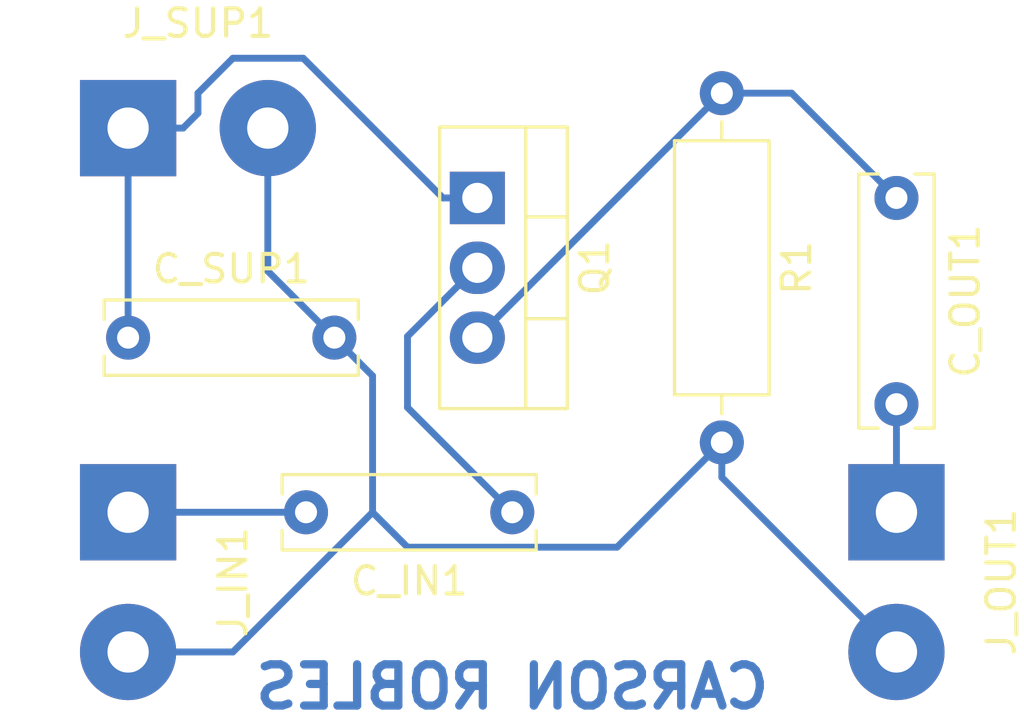
<source format=kicad_pcb>
(kicad_pcb (version 20171130) (host pcbnew "(5.0.1-3-g963ef8bb5)")

  (general
    (thickness 1.6)
    (drawings 1)
    (tracks 30)
    (zones 0)
    (modules 8)
    (nets 7)
  )

  (page A4)
  (layers
    (0 F.Cu signal)
    (31 B.Cu signal)
    (32 B.Adhes user)
    (33 F.Adhes user)
    (34 B.Paste user)
    (35 F.Paste user)
    (36 B.SilkS user)
    (37 F.SilkS user)
    (38 B.Mask user)
    (39 F.Mask user)
    (40 Dwgs.User user)
    (41 Cmts.User user)
    (42 Eco1.User user)
    (43 Eco2.User user)
    (44 Edge.Cuts user)
    (45 Margin user)
    (46 B.CrtYd user)
    (47 F.CrtYd user)
    (48 B.Fab user)
    (49 F.Fab user)
  )

  (setup
    (last_trace_width 0.25)
    (trace_clearance 0.2)
    (zone_clearance 0.508)
    (zone_45_only no)
    (trace_min 0.2)
    (segment_width 0.2)
    (edge_width 0.15)
    (via_size 0.8)
    (via_drill 0.4)
    (via_min_size 0.4)
    (via_min_drill 0.3)
    (uvia_size 0.3)
    (uvia_drill 0.1)
    (uvias_allowed no)
    (uvia_min_size 0.2)
    (uvia_min_drill 0.1)
    (pcb_text_width 0.3)
    (pcb_text_size 1.5 1.5)
    (mod_edge_width 0.15)
    (mod_text_size 1 1)
    (mod_text_width 0.15)
    (pad_size 1.524 1.524)
    (pad_drill 0.762)
    (pad_to_mask_clearance 0.051)
    (solder_mask_min_width 0.25)
    (aux_axis_origin 0 0)
    (visible_elements FFFFFF7F)
    (pcbplotparams
      (layerselection 0x010fc_ffffffff)
      (usegerberextensions false)
      (usegerberattributes false)
      (usegerberadvancedattributes false)
      (creategerberjobfile false)
      (excludeedgelayer true)
      (linewidth 0.100000)
      (plotframeref false)
      (viasonmask false)
      (mode 1)
      (useauxorigin false)
      (hpglpennumber 1)
      (hpglpenspeed 20)
      (hpglpendiameter 15.000000)
      (psnegative false)
      (psa4output false)
      (plotreference true)
      (plotvalue true)
      (plotinvisibletext false)
      (padsonsilk false)
      (subtractmaskfromsilk false)
      (outputformat 1)
      (mirror false)
      (drillshape 1)
      (scaleselection 1)
      (outputdirectory ""))
  )

  (net 0 "")
  (net 1 "Net-(C_IN1-Pad2)")
  (net 2 "Net-(C_IN1-Pad1)")
  (net 3 "Net-(C_OUT1-Pad1)")
  (net 4 "Net-(C_OUT1-Pad2)")
  (net 5 +9V)
  (net 6 GND)

  (net_class Default "This is the default net class."
    (clearance 0.2)
    (trace_width 0.25)
    (via_dia 0.8)
    (via_drill 0.4)
    (uvia_dia 0.3)
    (uvia_drill 0.1)
    (add_net +9V)
    (add_net GND)
    (add_net "Net-(C_IN1-Pad1)")
    (add_net "Net-(C_IN1-Pad2)")
    (add_net "Net-(C_OUT1-Pad1)")
    (add_net "Net-(C_OUT1-Pad2)")
  )

  (module Capacitor_THT:C_Rect_L9.0mm_W2.5mm_P7.50mm_MKT (layer F.Cu) (tedit 5AE50EF0) (tstamp 5C39BEC2)
    (at 100.33 86.36 180)
    (descr "C, Rect series, Radial, pin pitch=7.50mm, , length*width=9*2.5mm^2, Capacitor, https://en.tdk.eu/inf/20/20/db/fc_2009/MKT_B32560_564.pdf")
    (tags "C Rect series Radial pin pitch 7.50mm  length 9mm width 2.5mm Capacitor")
    (path /5C2D88C8)
    (fp_text reference C_IN1 (at 3.75 -2.5 180) (layer F.SilkS)
      (effects (font (size 1 1) (thickness 0.15)))
    )
    (fp_text value 22u (at 3.75 2.5 180) (layer F.Fab)
      (effects (font (size 1 1) (thickness 0.15)))
    )
    (fp_text user %R (at 3.75 0 180) (layer F.Fab)
      (effects (font (size 1 1) (thickness 0.15)))
    )
    (fp_line (start 8.55 -1.5) (end -1.05 -1.5) (layer F.CrtYd) (width 0.05))
    (fp_line (start 8.55 1.5) (end 8.55 -1.5) (layer F.CrtYd) (width 0.05))
    (fp_line (start -1.05 1.5) (end 8.55 1.5) (layer F.CrtYd) (width 0.05))
    (fp_line (start -1.05 -1.5) (end -1.05 1.5) (layer F.CrtYd) (width 0.05))
    (fp_line (start 8.37 0.665) (end 8.37 1.37) (layer F.SilkS) (width 0.12))
    (fp_line (start 8.37 -1.37) (end 8.37 -0.665) (layer F.SilkS) (width 0.12))
    (fp_line (start -0.87 0.665) (end -0.87 1.37) (layer F.SilkS) (width 0.12))
    (fp_line (start -0.87 -1.37) (end -0.87 -0.665) (layer F.SilkS) (width 0.12))
    (fp_line (start -0.87 1.37) (end 8.37 1.37) (layer F.SilkS) (width 0.12))
    (fp_line (start -0.87 -1.37) (end 8.37 -1.37) (layer F.SilkS) (width 0.12))
    (fp_line (start 8.25 -1.25) (end -0.75 -1.25) (layer F.Fab) (width 0.1))
    (fp_line (start 8.25 1.25) (end 8.25 -1.25) (layer F.Fab) (width 0.1))
    (fp_line (start -0.75 1.25) (end 8.25 1.25) (layer F.Fab) (width 0.1))
    (fp_line (start -0.75 -1.25) (end -0.75 1.25) (layer F.Fab) (width 0.1))
    (pad 2 thru_hole circle (at 7.5 0 180) (size 1.6 1.6) (drill 0.8) (layers *.Cu *.Mask)
      (net 1 "Net-(C_IN1-Pad2)"))
    (pad 1 thru_hole circle (at 0 0 180) (size 1.6 1.6) (drill 0.8) (layers *.Cu *.Mask)
      (net 2 "Net-(C_IN1-Pad1)"))
    (model ${KISYS3DMOD}/Capacitor_THT.3dshapes/C_Rect_L9.0mm_W2.5mm_P7.50mm_MKT.wrl
      (at (xyz 0 0 0))
      (scale (xyz 1 1 1))
      (rotate (xyz 0 0 0))
    )
  )

  (module Capacitor_THT:C_Rect_L9.0mm_W2.5mm_P7.50mm_MKT (layer F.Cu) (tedit 5AE50EF0) (tstamp 5C39BED7)
    (at 114.3 74.93 270)
    (descr "C, Rect series, Radial, pin pitch=7.50mm, , length*width=9*2.5mm^2, Capacitor, https://en.tdk.eu/inf/20/20/db/fc_2009/MKT_B32560_564.pdf")
    (tags "C Rect series Radial pin pitch 7.50mm  length 9mm width 2.5mm Capacitor")
    (path /5C2D8390)
    (fp_text reference C_OUT1 (at 3.75 -2.5 270) (layer F.SilkS)
      (effects (font (size 1 1) (thickness 0.15)))
    )
    (fp_text value 22u (at 3.75 2.5 270) (layer F.Fab)
      (effects (font (size 1 1) (thickness 0.15)))
    )
    (fp_line (start -0.75 -1.25) (end -0.75 1.25) (layer F.Fab) (width 0.1))
    (fp_line (start -0.75 1.25) (end 8.25 1.25) (layer F.Fab) (width 0.1))
    (fp_line (start 8.25 1.25) (end 8.25 -1.25) (layer F.Fab) (width 0.1))
    (fp_line (start 8.25 -1.25) (end -0.75 -1.25) (layer F.Fab) (width 0.1))
    (fp_line (start -0.87 -1.37) (end 8.37 -1.37) (layer F.SilkS) (width 0.12))
    (fp_line (start -0.87 1.37) (end 8.37 1.37) (layer F.SilkS) (width 0.12))
    (fp_line (start -0.87 -1.37) (end -0.87 -0.665) (layer F.SilkS) (width 0.12))
    (fp_line (start -0.87 0.665) (end -0.87 1.37) (layer F.SilkS) (width 0.12))
    (fp_line (start 8.37 -1.37) (end 8.37 -0.665) (layer F.SilkS) (width 0.12))
    (fp_line (start 8.37 0.665) (end 8.37 1.37) (layer F.SilkS) (width 0.12))
    (fp_line (start -1.05 -1.5) (end -1.05 1.5) (layer F.CrtYd) (width 0.05))
    (fp_line (start -1.05 1.5) (end 8.55 1.5) (layer F.CrtYd) (width 0.05))
    (fp_line (start 8.55 1.5) (end 8.55 -1.5) (layer F.CrtYd) (width 0.05))
    (fp_line (start 8.55 -1.5) (end -1.05 -1.5) (layer F.CrtYd) (width 0.05))
    (fp_text user %R (at 3.75 0 270) (layer F.Fab)
      (effects (font (size 1 1) (thickness 0.15)))
    )
    (pad 1 thru_hole circle (at 0 0 270) (size 1.6 1.6) (drill 0.8) (layers *.Cu *.Mask)
      (net 3 "Net-(C_OUT1-Pad1)"))
    (pad 2 thru_hole circle (at 7.5 0 270) (size 1.6 1.6) (drill 0.8) (layers *.Cu *.Mask)
      (net 4 "Net-(C_OUT1-Pad2)"))
    (model ${KISYS3DMOD}/Capacitor_THT.3dshapes/C_Rect_L9.0mm_W2.5mm_P7.50mm_MKT.wrl
      (at (xyz 0 0 0))
      (scale (xyz 1 1 1))
      (rotate (xyz 0 0 0))
    )
  )

  (module Capacitor_THT:C_Rect_L9.0mm_W2.5mm_P7.50mm_MKT (layer F.Cu) (tedit 5AE50EF0) (tstamp 5C39BEEC)
    (at 86.36 80.01)
    (descr "C, Rect series, Radial, pin pitch=7.50mm, , length*width=9*2.5mm^2, Capacitor, https://en.tdk.eu/inf/20/20/db/fc_2009/MKT_B32560_564.pdf")
    (tags "C Rect series Radial pin pitch 7.50mm  length 9mm width 2.5mm Capacitor")
    (path /5C2DC86C)
    (fp_text reference C_SUP1 (at 3.75 -2.5) (layer F.SilkS)
      (effects (font (size 1 1) (thickness 0.15)))
    )
    (fp_text value 22u (at 3.75 2.5) (layer F.Fab)
      (effects (font (size 1 1) (thickness 0.15)))
    )
    (fp_line (start -0.75 -1.25) (end -0.75 1.25) (layer F.Fab) (width 0.1))
    (fp_line (start -0.75 1.25) (end 8.25 1.25) (layer F.Fab) (width 0.1))
    (fp_line (start 8.25 1.25) (end 8.25 -1.25) (layer F.Fab) (width 0.1))
    (fp_line (start 8.25 -1.25) (end -0.75 -1.25) (layer F.Fab) (width 0.1))
    (fp_line (start -0.87 -1.37) (end 8.37 -1.37) (layer F.SilkS) (width 0.12))
    (fp_line (start -0.87 1.37) (end 8.37 1.37) (layer F.SilkS) (width 0.12))
    (fp_line (start -0.87 -1.37) (end -0.87 -0.665) (layer F.SilkS) (width 0.12))
    (fp_line (start -0.87 0.665) (end -0.87 1.37) (layer F.SilkS) (width 0.12))
    (fp_line (start 8.37 -1.37) (end 8.37 -0.665) (layer F.SilkS) (width 0.12))
    (fp_line (start 8.37 0.665) (end 8.37 1.37) (layer F.SilkS) (width 0.12))
    (fp_line (start -1.05 -1.5) (end -1.05 1.5) (layer F.CrtYd) (width 0.05))
    (fp_line (start -1.05 1.5) (end 8.55 1.5) (layer F.CrtYd) (width 0.05))
    (fp_line (start 8.55 1.5) (end 8.55 -1.5) (layer F.CrtYd) (width 0.05))
    (fp_line (start 8.55 -1.5) (end -1.05 -1.5) (layer F.CrtYd) (width 0.05))
    (fp_text user %R (at 3.75 0) (layer F.Fab)
      (effects (font (size 1 1) (thickness 0.15)))
    )
    (pad 1 thru_hole circle (at 0 0) (size 1.6 1.6) (drill 0.8) (layers *.Cu *.Mask)
      (net 5 +9V))
    (pad 2 thru_hole circle (at 7.5 0) (size 1.6 1.6) (drill 0.8) (layers *.Cu *.Mask)
      (net 6 GND))
    (model ${KISYS3DMOD}/Capacitor_THT.3dshapes/C_Rect_L9.0mm_W2.5mm_P7.50mm_MKT.wrl
      (at (xyz 0 0 0))
      (scale (xyz 1 1 1))
      (rotate (xyz 0 0 0))
    )
  )

  (module Connector_Wire:SolderWirePad_1x02_P5.08mm_Drill1.5mm (layer F.Cu) (tedit 5AEE5F19) (tstamp 5C39BEF7)
    (at 86.36 86.36 270)
    (descr "Wire solder connection")
    (tags connector)
    (path /5C2D8ACE)
    (attr virtual)
    (fp_text reference J_IN1 (at 2.54 -3.81 270) (layer F.SilkS)
      (effects (font (size 1 1) (thickness 0.15)))
    )
    (fp_text value Conn_01x02 (at 2.54 3.81 270) (layer F.Fab)
      (effects (font (size 1 1) (thickness 0.15)))
    )
    (fp_line (start 7.33 2.25) (end -2.25 2.25) (layer F.CrtYd) (width 0.05))
    (fp_line (start 7.33 2.25) (end 7.33 -2.25) (layer F.CrtYd) (width 0.05))
    (fp_line (start -2.25 -2.25) (end -2.25 2.25) (layer F.CrtYd) (width 0.05))
    (fp_line (start -2.25 -2.25) (end 7.33 -2.25) (layer F.CrtYd) (width 0.05))
    (fp_text user %R (at 2.54 0 270) (layer F.Fab)
      (effects (font (size 1 1) (thickness 0.15)))
    )
    (pad 2 thru_hole circle (at 5.08 0 270) (size 3.50012 3.50012) (drill 1.50114) (layers *.Cu *.Mask)
      (net 6 GND))
    (pad 1 thru_hole rect (at 0 0 270) (size 3.50012 3.50012) (drill 1.50114) (layers *.Cu *.Mask)
      (net 1 "Net-(C_IN1-Pad2)"))
  )

  (module Connector_Wire:SolderWirePad_1x02_P5.08mm_Drill1.5mm (layer F.Cu) (tedit 5AEE5F19) (tstamp 5C39BF02)
    (at 114.3 86.36 270)
    (descr "Wire solder connection")
    (tags connector)
    (path /5C2D8009)
    (attr virtual)
    (fp_text reference J_OUT1 (at 2.54 -3.81 270) (layer F.SilkS)
      (effects (font (size 1 1) (thickness 0.15)))
    )
    (fp_text value Conn_01x02 (at 2.54 3.81 270) (layer F.Fab)
      (effects (font (size 1 1) (thickness 0.15)))
    )
    (fp_text user %R (at 2.54 0 270) (layer F.Fab)
      (effects (font (size 1 1) (thickness 0.15)))
    )
    (fp_line (start -2.25 -2.25) (end 7.33 -2.25) (layer F.CrtYd) (width 0.05))
    (fp_line (start -2.25 -2.25) (end -2.25 2.25) (layer F.CrtYd) (width 0.05))
    (fp_line (start 7.33 2.25) (end 7.33 -2.25) (layer F.CrtYd) (width 0.05))
    (fp_line (start 7.33 2.25) (end -2.25 2.25) (layer F.CrtYd) (width 0.05))
    (pad 1 thru_hole rect (at 0 0 270) (size 3.50012 3.50012) (drill 1.50114) (layers *.Cu *.Mask)
      (net 4 "Net-(C_OUT1-Pad2)"))
    (pad 2 thru_hole circle (at 5.08 0 270) (size 3.50012 3.50012) (drill 1.50114) (layers *.Cu *.Mask)
      (net 6 GND))
  )

  (module Connector_Wire:SolderWirePad_1x02_P5.08mm_Drill1.5mm (layer F.Cu) (tedit 5AEE5F19) (tstamp 5C39BF0D)
    (at 86.36 72.39)
    (descr "Wire solder connection")
    (tags connector)
    (path /5C2DA3F3)
    (attr virtual)
    (fp_text reference J_SUP1 (at 2.54 -3.81) (layer F.SilkS)
      (effects (font (size 1 1) (thickness 0.15)))
    )
    (fp_text value Conn_01x02 (at 2.54 3.81) (layer F.Fab)
      (effects (font (size 1 1) (thickness 0.15)))
    )
    (fp_text user %R (at 2.54 0) (layer F.Fab)
      (effects (font (size 1 1) (thickness 0.15)))
    )
    (fp_line (start -2.25 -2.25) (end 7.33 -2.25) (layer F.CrtYd) (width 0.05))
    (fp_line (start -2.25 -2.25) (end -2.25 2.25) (layer F.CrtYd) (width 0.05))
    (fp_line (start 7.33 2.25) (end 7.33 -2.25) (layer F.CrtYd) (width 0.05))
    (fp_line (start 7.33 2.25) (end -2.25 2.25) (layer F.CrtYd) (width 0.05))
    (pad 1 thru_hole rect (at 0 0) (size 3.50012 3.50012) (drill 1.50114) (layers *.Cu *.Mask)
      (net 5 +9V))
    (pad 2 thru_hole circle (at 5.08 0) (size 3.50012 3.50012) (drill 1.50114) (layers *.Cu *.Mask)
      (net 6 GND))
  )

  (module Package_TO_SOT_THT:TO-220-3_Vertical (layer F.Cu) (tedit 5AC8BA0D) (tstamp 5C39BF27)
    (at 99.06 74.93 270)
    (descr "TO-220-3, Vertical, RM 2.54mm, see https://www.vishay.com/docs/66542/to-220-1.pdf")
    (tags "TO-220-3 Vertical RM 2.54mm")
    (path /5C2D7AF2)
    (fp_text reference Q1 (at 2.54 -4.27 270) (layer F.SilkS)
      (effects (font (size 1 1) (thickness 0.15)))
    )
    (fp_text value Q_NMOS_DGS (at 2.54 2.5 270) (layer F.Fab)
      (effects (font (size 1 1) (thickness 0.15)))
    )
    (fp_line (start -2.46 -3.15) (end -2.46 1.25) (layer F.Fab) (width 0.1))
    (fp_line (start -2.46 1.25) (end 7.54 1.25) (layer F.Fab) (width 0.1))
    (fp_line (start 7.54 1.25) (end 7.54 -3.15) (layer F.Fab) (width 0.1))
    (fp_line (start 7.54 -3.15) (end -2.46 -3.15) (layer F.Fab) (width 0.1))
    (fp_line (start -2.46 -1.88) (end 7.54 -1.88) (layer F.Fab) (width 0.1))
    (fp_line (start 0.69 -3.15) (end 0.69 -1.88) (layer F.Fab) (width 0.1))
    (fp_line (start 4.39 -3.15) (end 4.39 -1.88) (layer F.Fab) (width 0.1))
    (fp_line (start -2.58 -3.27) (end 7.66 -3.27) (layer F.SilkS) (width 0.12))
    (fp_line (start -2.58 1.371) (end 7.66 1.371) (layer F.SilkS) (width 0.12))
    (fp_line (start -2.58 -3.27) (end -2.58 1.371) (layer F.SilkS) (width 0.12))
    (fp_line (start 7.66 -3.27) (end 7.66 1.371) (layer F.SilkS) (width 0.12))
    (fp_line (start -2.58 -1.76) (end 7.66 -1.76) (layer F.SilkS) (width 0.12))
    (fp_line (start 0.69 -3.27) (end 0.69 -1.76) (layer F.SilkS) (width 0.12))
    (fp_line (start 4.391 -3.27) (end 4.391 -1.76) (layer F.SilkS) (width 0.12))
    (fp_line (start -2.71 -3.4) (end -2.71 1.51) (layer F.CrtYd) (width 0.05))
    (fp_line (start -2.71 1.51) (end 7.79 1.51) (layer F.CrtYd) (width 0.05))
    (fp_line (start 7.79 1.51) (end 7.79 -3.4) (layer F.CrtYd) (width 0.05))
    (fp_line (start 7.79 -3.4) (end -2.71 -3.4) (layer F.CrtYd) (width 0.05))
    (fp_text user %R (at 2.54 -4.27 270) (layer F.Fab)
      (effects (font (size 1 1) (thickness 0.15)))
    )
    (pad 1 thru_hole rect (at 0 0 270) (size 1.905 2) (drill 1.1) (layers *.Cu *.Mask)
      (net 5 +9V))
    (pad 2 thru_hole oval (at 2.54 0 270) (size 1.905 2) (drill 1.1) (layers *.Cu *.Mask)
      (net 2 "Net-(C_IN1-Pad1)"))
    (pad 3 thru_hole oval (at 5.08 0 270) (size 1.905 2) (drill 1.1) (layers *.Cu *.Mask)
      (net 3 "Net-(C_OUT1-Pad1)"))
    (model ${KISYS3DMOD}/Package_TO_SOT_THT.3dshapes/TO-220-3_Vertical.wrl
      (at (xyz 0 0 0))
      (scale (xyz 1 1 1))
      (rotate (xyz 0 0 0))
    )
  )

  (module Resistor_THT:R_Axial_DIN0309_L9.0mm_D3.2mm_P12.70mm_Horizontal (layer F.Cu) (tedit 5AE5139B) (tstamp 5C39BF3E)
    (at 107.95 71.12 270)
    (descr "Resistor, Axial_DIN0309 series, Axial, Horizontal, pin pitch=12.7mm, 0.5W = 1/2W, length*diameter=9*3.2mm^2, http://cdn-reichelt.de/documents/datenblatt/B400/1_4W%23YAG.pdf")
    (tags "Resistor Axial_DIN0309 series Axial Horizontal pin pitch 12.7mm 0.5W = 1/2W length 9mm diameter 3.2mm")
    (path /5C2D7C46)
    (fp_text reference R1 (at 6.35 -2.72 270) (layer F.SilkS)
      (effects (font (size 1 1) (thickness 0.15)))
    )
    (fp_text value 100k (at 6.35 2.72 270) (layer F.Fab)
      (effects (font (size 1 1) (thickness 0.15)))
    )
    (fp_line (start 1.85 -1.6) (end 1.85 1.6) (layer F.Fab) (width 0.1))
    (fp_line (start 1.85 1.6) (end 10.85 1.6) (layer F.Fab) (width 0.1))
    (fp_line (start 10.85 1.6) (end 10.85 -1.6) (layer F.Fab) (width 0.1))
    (fp_line (start 10.85 -1.6) (end 1.85 -1.6) (layer F.Fab) (width 0.1))
    (fp_line (start 0 0) (end 1.85 0) (layer F.Fab) (width 0.1))
    (fp_line (start 12.7 0) (end 10.85 0) (layer F.Fab) (width 0.1))
    (fp_line (start 1.73 -1.72) (end 1.73 1.72) (layer F.SilkS) (width 0.12))
    (fp_line (start 1.73 1.72) (end 10.97 1.72) (layer F.SilkS) (width 0.12))
    (fp_line (start 10.97 1.72) (end 10.97 -1.72) (layer F.SilkS) (width 0.12))
    (fp_line (start 10.97 -1.72) (end 1.73 -1.72) (layer F.SilkS) (width 0.12))
    (fp_line (start 1.04 0) (end 1.73 0) (layer F.SilkS) (width 0.12))
    (fp_line (start 11.66 0) (end 10.97 0) (layer F.SilkS) (width 0.12))
    (fp_line (start -1.05 -1.85) (end -1.05 1.85) (layer F.CrtYd) (width 0.05))
    (fp_line (start -1.05 1.85) (end 13.75 1.85) (layer F.CrtYd) (width 0.05))
    (fp_line (start 13.75 1.85) (end 13.75 -1.85) (layer F.CrtYd) (width 0.05))
    (fp_line (start 13.75 -1.85) (end -1.05 -1.85) (layer F.CrtYd) (width 0.05))
    (fp_text user %R (at 6.35 0 270) (layer F.Fab)
      (effects (font (size 1 1) (thickness 0.15)))
    )
    (pad 1 thru_hole circle (at 0 0 270) (size 1.6 1.6) (drill 0.8) (layers *.Cu *.Mask)
      (net 3 "Net-(C_OUT1-Pad1)"))
    (pad 2 thru_hole oval (at 12.7 0 270) (size 1.6 1.6) (drill 0.8) (layers *.Cu *.Mask)
      (net 6 GND))
    (model ${KISYS3DMOD}/Resistor_THT.3dshapes/R_Axial_DIN0309_L9.0mm_D3.2mm_P12.70mm_Horizontal.wrl
      (at (xyz 0 0 0))
      (scale (xyz 1 1 1))
      (rotate (xyz 0 0 0))
    )
  )

  (gr_text "CARSON ROBLES" (at 100.33 92.71) (layer B.Cu)
    (effects (font (size 1.5 1.5) (thickness 0.3)) (justify mirror))
  )

  (segment (start 86.36 86.36) (end 92.83 86.36) (width 0.25) (layer B.Cu) (net 1))
  (segment (start 99.0125 77.47) (end 96.52 79.9625) (width 0.25) (layer B.Cu) (net 2))
  (segment (start 99.06 77.47) (end 99.0125 77.47) (width 0.25) (layer B.Cu) (net 2))
  (segment (start 96.52 79.9625) (end 96.52 82.55) (width 0.25) (layer B.Cu) (net 2))
  (segment (start 96.52 82.55) (end 100.33 86.36) (width 0.25) (layer B.Cu) (net 2))
  (segment (start 99.06 80.01) (end 107.95 71.12) (width 0.25) (layer B.Cu) (net 3))
  (segment (start 110.49 71.12) (end 114.3 74.93) (width 0.25) (layer B.Cu) (net 3))
  (segment (start 107.95 71.12) (end 110.49 71.12) (width 0.25) (layer B.Cu) (net 3))
  (segment (start 114.3 86.36) (end 115.57 87.63) (width 0.25) (layer B.Cu) (net 4))
  (segment (start 114.3 86.36) (end 114.3 82.43) (width 0.25) (layer B.Cu) (net 4))
  (segment (start 86.36 72.39) (end 86.36 80.01) (width 0.25) (layer B.Cu) (net 5))
  (segment (start 88.36006 72.39) (end 88.9 71.85006) (width 0.25) (layer B.Cu) (net 5))
  (segment (start 86.36 72.39) (end 88.36006 72.39) (width 0.25) (layer B.Cu) (net 5))
  (segment (start 88.9 71.85006) (end 88.9 71.12) (width 0.25) (layer B.Cu) (net 5))
  (segment (start 88.9 71.12) (end 90.17 69.85) (width 0.25) (layer B.Cu) (net 5))
  (segment (start 99.0125 74.93) (end 99.06 74.93) (width 0.25) (layer B.Cu) (net 5))
  (segment (start 97.81 74.93) (end 99.06 74.93) (width 0.25) (layer B.Cu) (net 5))
  (segment (start 92.73 69.85) (end 97.81 74.93) (width 0.25) (layer B.Cu) (net 5))
  (segment (start 90.17 69.85) (end 92.73 69.85) (width 0.25) (layer B.Cu) (net 5))
  (segment (start 91.44 77.59) (end 93.86 80.01) (width 0.25) (layer B.Cu) (net 6))
  (segment (start 91.44 72.39) (end 91.44 77.59) (width 0.25) (layer B.Cu) (net 6))
  (segment (start 95.25 81.4) (end 93.86 80.01) (width 0.25) (layer B.Cu) (net 6))
  (segment (start 95.25 86.36) (end 95.25 81.4) (width 0.25) (layer B.Cu) (net 6))
  (segment (start 90.17 91.44) (end 95.25 86.36) (width 0.25) (layer B.Cu) (net 6))
  (segment (start 86.36 91.44) (end 90.17 91.44) (width 0.25) (layer B.Cu) (net 6))
  (segment (start 96.52 87.63) (end 95.25 86.36) (width 0.25) (layer B.Cu) (net 6))
  (segment (start 104.14 87.63) (end 96.52 87.63) (width 0.25) (layer B.Cu) (net 6))
  (segment (start 107.95 83.82) (end 104.14 87.63) (width 0.25) (layer B.Cu) (net 6))
  (segment (start 107.95 85.09) (end 114.3 91.44) (width 0.25) (layer B.Cu) (net 6))
  (segment (start 107.95 83.82) (end 107.95 85.09) (width 0.25) (layer B.Cu) (net 6))

)

</source>
